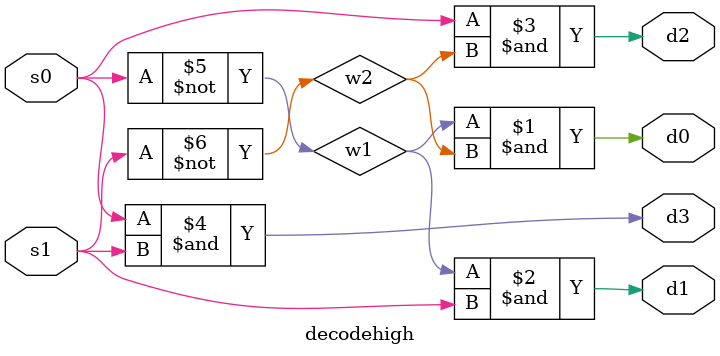
<source format=v>
`timescale 1ns / 1ps
module decodehigh(
    input s0,
    input s1,
    output d0,
    output d1,
    output d2,
    output d3
    );
	 wire w1,w2;
	 not(w1,s0);
	 not(w2,s1);
	 and(d0,w1,w2);
	 and(d1,w1,s1);
	 and(d2,s0,w2);
	 and(d3,s0,s1);


endmodule

</source>
